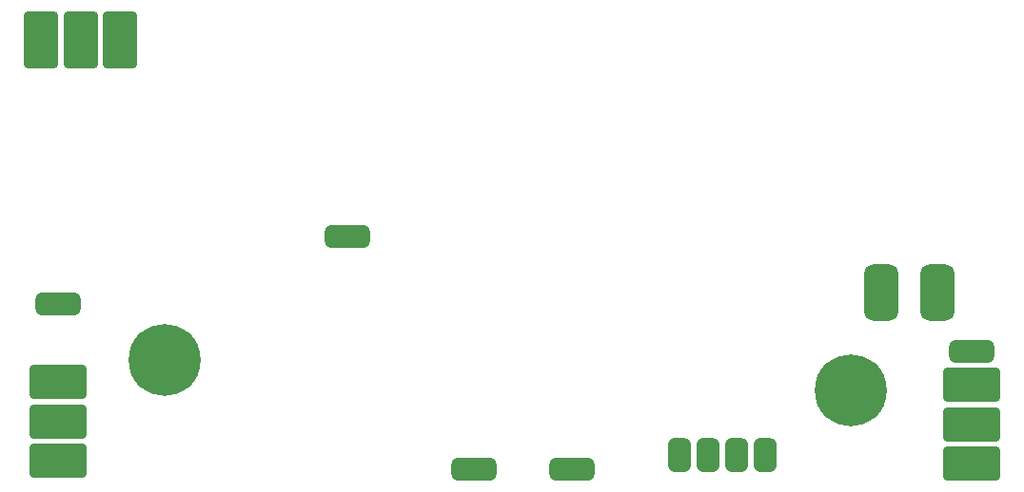
<source format=gts>
G04 #@! TF.GenerationSoftware,KiCad,Pcbnew,8.0.6*
G04 #@! TF.CreationDate,2025-01-23T20:00:51-06:00*
G04 #@! TF.ProjectId,PD_Board,50445f42-6f61-4726-942e-6b696361645f,rev?*
G04 #@! TF.SameCoordinates,Original*
G04 #@! TF.FileFunction,Soldermask,Top*
G04 #@! TF.FilePolarity,Negative*
%FSLAX46Y46*%
G04 Gerber Fmt 4.6, Leading zero omitted, Abs format (unit mm)*
G04 Created by KiCad (PCBNEW 8.0.6) date 2025-01-23 20:00:51*
%MOMM*%
%LPD*%
G01*
G04 APERTURE LIST*
G04 Aperture macros list*
%AMRoundRect*
0 Rectangle with rounded corners*
0 $1 Rounding radius*
0 $2 $3 $4 $5 $6 $7 $8 $9 X,Y pos of 4 corners*
0 Add a 4 corners polygon primitive as box body*
4,1,4,$2,$3,$4,$5,$6,$7,$8,$9,$2,$3,0*
0 Add four circle primitives for the rounded corners*
1,1,$1+$1,$2,$3*
1,1,$1+$1,$4,$5*
1,1,$1+$1,$6,$7*
1,1,$1+$1,$8,$9*
0 Add four rect primitives between the rounded corners*
20,1,$1+$1,$2,$3,$4,$5,0*
20,1,$1+$1,$4,$5,$6,$7,0*
20,1,$1+$1,$6,$7,$8,$9,0*
20,1,$1+$1,$8,$9,$2,$3,0*%
G04 Aperture macros list end*
%ADD10RoundRect,0.250000X-2.250000X-1.250000X2.250000X-1.250000X2.250000X1.250000X-2.250000X1.250000X0*%
%ADD11RoundRect,0.500000X-1.500000X-0.500000X1.500000X-0.500000X1.500000X0.500000X-1.500000X0.500000X0*%
%ADD12C,6.400000*%
%ADD13RoundRect,0.500000X1.500000X0.500000X-1.500000X0.500000X-1.500000X-0.500000X1.500000X-0.500000X0*%
%ADD14RoundRect,0.250000X-1.250000X2.250000X-1.250000X-2.250000X1.250000X-2.250000X1.250000X2.250000X0*%
%ADD15RoundRect,0.750000X0.750000X-1.750000X0.750000X1.750000X-0.750000X1.750000X-0.750000X-1.750000X0*%
%ADD16RoundRect,0.500000X0.500000X-1.000000X0.500000X1.000000X-0.500000X1.000000X-0.500000X-1.000000X0*%
G04 APERTURE END LIST*
D10*
X185750000Y-114750000D03*
X185750000Y-118250000D03*
X185750000Y-121750000D03*
D11*
X130250000Y-101500000D03*
D10*
X104500000Y-114500000D03*
X104500000Y-118000000D03*
X104500000Y-121500000D03*
D12*
X114000000Y-112500000D03*
X175000000Y-115250000D03*
D13*
X141500000Y-122250000D03*
X185750000Y-111750000D03*
D14*
X103000000Y-84000000D03*
X106500000Y-84000000D03*
X110000000Y-84000000D03*
D15*
X177750000Y-106500000D03*
X182750000Y-106500000D03*
D13*
X150250000Y-122250000D03*
X104500000Y-107500000D03*
D16*
X159750000Y-121000000D03*
X162290000Y-121000000D03*
X167370000Y-121000000D03*
X164830000Y-121000000D03*
M02*

</source>
